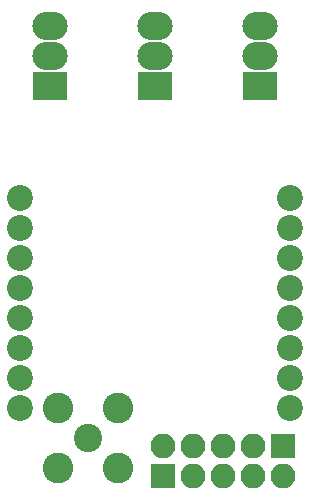
<source format=gbs>
G04 #@! TF.FileFunction,Soldermask,Bot*
%FSLAX46Y46*%
G04 Gerber Fmt 4.6, Leading zero omitted, Abs format (unit mm)*
G04 Created by KiCad (PCBNEW 4.0.7) date Fri Oct  5 14:58:57 2018*
%MOMM*%
%LPD*%
G01*
G04 APERTURE LIST*
%ADD10C,0.100000*%
%ADD11R,2.100000X2.100000*%
%ADD12O,2.100000X2.100000*%
%ADD13C,2.200000*%
%ADD14R,3.000000X2.400000*%
%ADD15O,3.000000X2.400000*%
%ADD16C,2.600000*%
%ADD17C,2.400000*%
G04 APERTURE END LIST*
D10*
D11*
X121920000Y-123190000D03*
D12*
X124460000Y-123190000D03*
X127000000Y-123190000D03*
X129540000Y-123190000D03*
X132080000Y-123190000D03*
D13*
X109855000Y-99695000D03*
X109855000Y-102235000D03*
X109855000Y-104775000D03*
X109855000Y-107315000D03*
X109855000Y-109855000D03*
X109855000Y-112395000D03*
X109855000Y-114935000D03*
X109855000Y-117475000D03*
X132715000Y-117475000D03*
X132715000Y-114935000D03*
X132715000Y-112395000D03*
X132715000Y-109855000D03*
X132715000Y-107315000D03*
X132715000Y-104775000D03*
X132715000Y-102235000D03*
X132715000Y-99695000D03*
D14*
X112395000Y-90170000D03*
D15*
X112395000Y-87630000D03*
X112395000Y-85090000D03*
D16*
X113030000Y-122555000D03*
X113030000Y-117475000D03*
X118110000Y-117475000D03*
X118110000Y-122555000D03*
D17*
X115570000Y-120015000D03*
D14*
X121285000Y-90170000D03*
D15*
X121285000Y-87630000D03*
X121285000Y-85090000D03*
D14*
X130175000Y-90170000D03*
D15*
X130175000Y-87630000D03*
X130175000Y-85090000D03*
D11*
X132080000Y-120650000D03*
D12*
X129540000Y-120650000D03*
X127000000Y-120650000D03*
X124460000Y-120650000D03*
X121920000Y-120650000D03*
M02*

</source>
